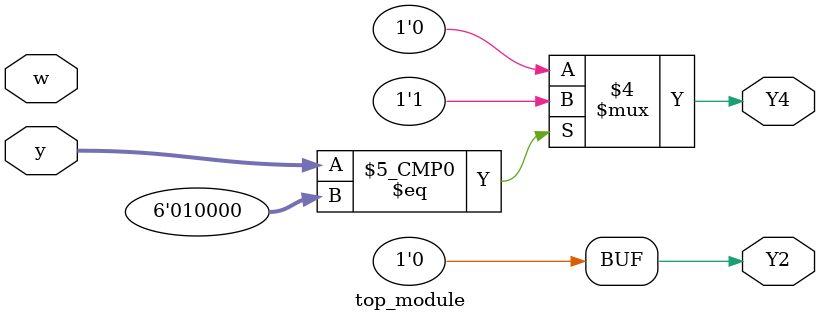
<source format=sv>
module top_module (
	input [6:1] y,
	input w,
	output Y2,
	output Y4
);

reg Y2, Y4;

always @(*) begin
	case(y)
		6'b000001: begin
			Y2 = 0;
			Y4 = 0;
		end
		6'b000010: begin
			Y2 = 0;
			Y4 = 0;
		end
		6'b000100: begin
			Y2 = 0;
			Y4 = 0;
		end
		6'b001000: begin
			Y2 = 0;
			Y4 = 0;
		end
		6'b010000: begin
			Y2 = 0;
			Y4 = 1;
		end
		6'b100000: begin
			Y2 = 0;
			Y4 = 0;
		end
		default: begin
			Y2 = 0;
			Y4 = 0;
		end
	endcase
end

endmodule

</source>
